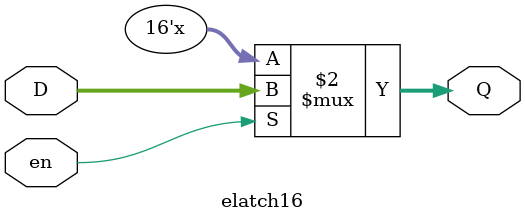
<source format=v>
module elatch16
    (   input en,
	    input wire [15:0] D,
		output reg [15:0] Q);

	always @ (en or D) 
        begin
            if(en)
                Q <= D;
	    end
endmodule
</source>
